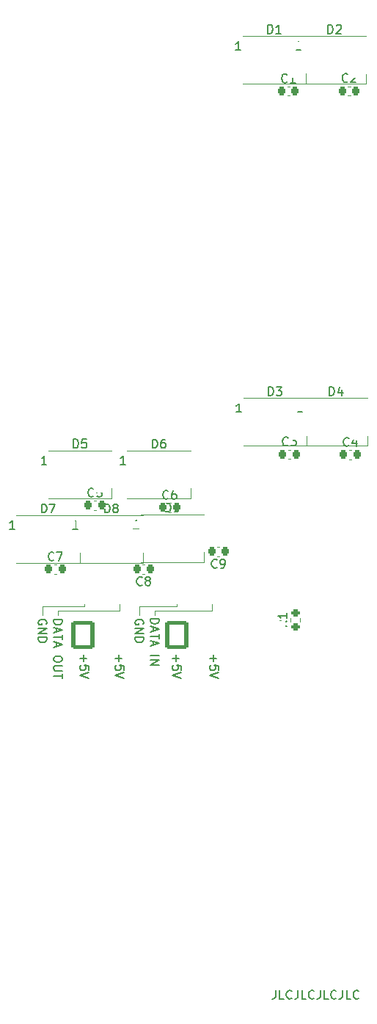
<source format=gbr>
%TF.GenerationSoftware,KiCad,Pcbnew,(6.0.9)*%
%TF.CreationDate,2023-01-06T21:04:12-09:00*%
%TF.ProjectId,GEN TIE PANEL,47454e20-5449-4452-9050-414e454c2e6b,rev?*%
%TF.SameCoordinates,Original*%
%TF.FileFunction,Legend,Top*%
%TF.FilePolarity,Positive*%
%FSLAX46Y46*%
G04 Gerber Fmt 4.6, Leading zero omitted, Abs format (unit mm)*
G04 Created by KiCad (PCBNEW (6.0.9)) date 2023-01-06 21:04:12*
%MOMM*%
%LPD*%
G01*
G04 APERTURE LIST*
G04 Aperture macros list*
%AMRoundRect*
0 Rectangle with rounded corners*
0 $1 Rounding radius*
0 $2 $3 $4 $5 $6 $7 $8 $9 X,Y pos of 4 corners*
0 Add a 4 corners polygon primitive as box body*
4,1,4,$2,$3,$4,$5,$6,$7,$8,$9,$2,$3,0*
0 Add four circle primitives for the rounded corners*
1,1,$1+$1,$2,$3*
1,1,$1+$1,$4,$5*
1,1,$1+$1,$6,$7*
1,1,$1+$1,$8,$9*
0 Add four rect primitives between the rounded corners*
20,1,$1+$1,$2,$3,$4,$5,0*
20,1,$1+$1,$4,$5,$6,$7,0*
20,1,$1+$1,$6,$7,$8,$9,0*
20,1,$1+$1,$8,$9,$2,$3,0*%
G04 Aperture macros list end*
%ADD10C,0.120000*%
%ADD11C,0.150000*%
%ADD12R,1.500000X0.900000*%
%ADD13RoundRect,0.225000X-0.225000X-0.250000X0.225000X-0.250000X0.225000X0.250000X-0.225000X0.250000X0*%
%ADD14RoundRect,0.200000X0.275000X-0.200000X0.275000X0.200000X-0.275000X0.200000X-0.275000X-0.200000X0*%
%ADD15RoundRect,0.225000X0.225000X0.250000X-0.225000X0.250000X-0.225000X-0.250000X0.225000X-0.250000X0*%
%ADD16C,4.300000*%
%ADD17RoundRect,0.250001X-1.099999X-1.399999X1.099999X-1.399999X1.099999X1.399999X-1.099999X1.399999X0*%
%ADD18O,2.700000X3.300000*%
%ADD19R,1.800000X1.800000*%
%ADD20C,1.800000*%
G04 APERTURE END LIST*
D10*
X137922000Y-114554000D02*
X144526000Y-114554000D01*
X136144000Y-114046000D02*
X140462000Y-114046000D01*
X126746000Y-114554000D02*
X133858000Y-114554000D01*
X133858000Y-114554000D02*
X133858000Y-113792000D01*
X124968000Y-115062000D02*
X124968000Y-114300000D01*
X124968000Y-114046000D02*
X129794000Y-114046000D01*
X129794000Y-114046000D02*
X129794000Y-113792000D01*
X144526000Y-114554000D02*
X144526000Y-113792000D01*
X137922000Y-115062000D02*
X137922000Y-114554000D01*
X140462000Y-114046000D02*
X140462000Y-113792000D01*
X124968000Y-114300000D02*
X124968000Y-114046000D01*
X136144000Y-115062000D02*
X136144000Y-114046000D01*
X126746000Y-115062000D02*
X126746000Y-114554000D01*
D11*
X144708571Y-119618285D02*
X144708571Y-120380190D01*
X144327619Y-119999238D02*
X145089523Y-119999238D01*
X145327619Y-121332571D02*
X145327619Y-120856380D01*
X144851428Y-120808761D01*
X144899047Y-120856380D01*
X144946666Y-120951619D01*
X144946666Y-121189714D01*
X144899047Y-121284952D01*
X144851428Y-121332571D01*
X144756190Y-121380190D01*
X144518095Y-121380190D01*
X144422857Y-121332571D01*
X144375238Y-121284952D01*
X144327619Y-121189714D01*
X144327619Y-120951619D01*
X144375238Y-120856380D01*
X144422857Y-120808761D01*
X145327619Y-121665904D02*
X144327619Y-121999238D01*
X145327619Y-122332571D01*
X136644000Y-116078095D02*
X136691619Y-115982857D01*
X136691619Y-115840000D01*
X136644000Y-115697142D01*
X136548761Y-115601904D01*
X136453523Y-115554285D01*
X136263047Y-115506666D01*
X136120190Y-115506666D01*
X135929714Y-115554285D01*
X135834476Y-115601904D01*
X135739238Y-115697142D01*
X135691619Y-115840000D01*
X135691619Y-115935238D01*
X135739238Y-116078095D01*
X135786857Y-116125714D01*
X136120190Y-116125714D01*
X136120190Y-115935238D01*
X135691619Y-116554285D02*
X136691619Y-116554285D01*
X135691619Y-117125714D01*
X136691619Y-117125714D01*
X135691619Y-117601904D02*
X136691619Y-117601904D01*
X136691619Y-117840000D01*
X136644000Y-117982857D01*
X136548761Y-118078095D01*
X136453523Y-118125714D01*
X136263047Y-118173333D01*
X136120190Y-118173333D01*
X135929714Y-118125714D01*
X135834476Y-118078095D01*
X135739238Y-117982857D01*
X135691619Y-117840000D01*
X135691619Y-117601904D01*
X137469619Y-115467142D02*
X138469619Y-115467142D01*
X138469619Y-115705238D01*
X138422000Y-115848095D01*
X138326761Y-115943333D01*
X138231523Y-115990952D01*
X138041047Y-116038571D01*
X137898190Y-116038571D01*
X137707714Y-115990952D01*
X137612476Y-115943333D01*
X137517238Y-115848095D01*
X137469619Y-115705238D01*
X137469619Y-115467142D01*
X137755333Y-116419523D02*
X137755333Y-116895714D01*
X137469619Y-116324285D02*
X138469619Y-116657619D01*
X137469619Y-116990952D01*
X138469619Y-117181428D02*
X138469619Y-117752857D01*
X137469619Y-117467142D02*
X138469619Y-117467142D01*
X137755333Y-118038571D02*
X137755333Y-118514761D01*
X137469619Y-117943333D02*
X138469619Y-118276666D01*
X137469619Y-118610000D01*
X137469619Y-119705238D02*
X138469619Y-119705238D01*
X137469619Y-120181428D02*
X138469619Y-120181428D01*
X137469619Y-120752857D01*
X138469619Y-120752857D01*
X129722571Y-119618285D02*
X129722571Y-120380190D01*
X129341619Y-119999238D02*
X130103523Y-119999238D01*
X130341619Y-121332571D02*
X130341619Y-120856380D01*
X129865428Y-120808761D01*
X129913047Y-120856380D01*
X129960666Y-120951619D01*
X129960666Y-121189714D01*
X129913047Y-121284952D01*
X129865428Y-121332571D01*
X129770190Y-121380190D01*
X129532095Y-121380190D01*
X129436857Y-121332571D01*
X129389238Y-121284952D01*
X129341619Y-121189714D01*
X129341619Y-120951619D01*
X129389238Y-120856380D01*
X129436857Y-120808761D01*
X130341619Y-121665904D02*
X129341619Y-121999238D01*
X130341619Y-122332571D01*
X140390571Y-119618285D02*
X140390571Y-120380190D01*
X140009619Y-119999238D02*
X140771523Y-119999238D01*
X141009619Y-121332571D02*
X141009619Y-120856380D01*
X140533428Y-120808761D01*
X140581047Y-120856380D01*
X140628666Y-120951619D01*
X140628666Y-121189714D01*
X140581047Y-121284952D01*
X140533428Y-121332571D01*
X140438190Y-121380190D01*
X140200095Y-121380190D01*
X140104857Y-121332571D01*
X140057238Y-121284952D01*
X140009619Y-121189714D01*
X140009619Y-120951619D01*
X140057238Y-120856380D01*
X140104857Y-120808761D01*
X141009619Y-121665904D02*
X140009619Y-121999238D01*
X141009619Y-122332571D01*
X126293619Y-115562476D02*
X127293619Y-115562476D01*
X127293619Y-115800571D01*
X127246000Y-115943428D01*
X127150761Y-116038666D01*
X127055523Y-116086285D01*
X126865047Y-116133904D01*
X126722190Y-116133904D01*
X126531714Y-116086285D01*
X126436476Y-116038666D01*
X126341238Y-115943428D01*
X126293619Y-115800571D01*
X126293619Y-115562476D01*
X126579333Y-116514857D02*
X126579333Y-116991047D01*
X126293619Y-116419619D02*
X127293619Y-116752952D01*
X126293619Y-117086285D01*
X127293619Y-117276761D02*
X127293619Y-117848190D01*
X126293619Y-117562476D02*
X127293619Y-117562476D01*
X126579333Y-118133904D02*
X126579333Y-118610095D01*
X126293619Y-118038666D02*
X127293619Y-118372000D01*
X126293619Y-118705333D01*
X127293619Y-119991047D02*
X127293619Y-120181523D01*
X127246000Y-120276761D01*
X127150761Y-120372000D01*
X126960285Y-120419619D01*
X126626952Y-120419619D01*
X126436476Y-120372000D01*
X126341238Y-120276761D01*
X126293619Y-120181523D01*
X126293619Y-119991047D01*
X126341238Y-119895809D01*
X126436476Y-119800571D01*
X126626952Y-119752952D01*
X126960285Y-119752952D01*
X127150761Y-119800571D01*
X127246000Y-119895809D01*
X127293619Y-119991047D01*
X127293619Y-120848190D02*
X126484095Y-120848190D01*
X126388857Y-120895809D01*
X126341238Y-120943428D01*
X126293619Y-121038666D01*
X126293619Y-121229142D01*
X126341238Y-121324380D01*
X126388857Y-121372000D01*
X126484095Y-121419619D01*
X127293619Y-121419619D01*
X127293619Y-121752952D02*
X127293619Y-122324380D01*
X126293619Y-122038666D02*
X127293619Y-122038666D01*
X151910952Y-158292380D02*
X151910952Y-159006666D01*
X151863333Y-159149523D01*
X151768095Y-159244761D01*
X151625238Y-159292380D01*
X151530000Y-159292380D01*
X152863333Y-159292380D02*
X152387142Y-159292380D01*
X152387142Y-158292380D01*
X153768095Y-159197142D02*
X153720476Y-159244761D01*
X153577619Y-159292380D01*
X153482380Y-159292380D01*
X153339523Y-159244761D01*
X153244285Y-159149523D01*
X153196666Y-159054285D01*
X153149047Y-158863809D01*
X153149047Y-158720952D01*
X153196666Y-158530476D01*
X153244285Y-158435238D01*
X153339523Y-158340000D01*
X153482380Y-158292380D01*
X153577619Y-158292380D01*
X153720476Y-158340000D01*
X153768095Y-158387619D01*
X154482380Y-158292380D02*
X154482380Y-159006666D01*
X154434761Y-159149523D01*
X154339523Y-159244761D01*
X154196666Y-159292380D01*
X154101428Y-159292380D01*
X155434761Y-159292380D02*
X154958571Y-159292380D01*
X154958571Y-158292380D01*
X156339523Y-159197142D02*
X156291904Y-159244761D01*
X156149047Y-159292380D01*
X156053809Y-159292380D01*
X155910952Y-159244761D01*
X155815714Y-159149523D01*
X155768095Y-159054285D01*
X155720476Y-158863809D01*
X155720476Y-158720952D01*
X155768095Y-158530476D01*
X155815714Y-158435238D01*
X155910952Y-158340000D01*
X156053809Y-158292380D01*
X156149047Y-158292380D01*
X156291904Y-158340000D01*
X156339523Y-158387619D01*
X157053809Y-158292380D02*
X157053809Y-159006666D01*
X157006190Y-159149523D01*
X156910952Y-159244761D01*
X156768095Y-159292380D01*
X156672857Y-159292380D01*
X158006190Y-159292380D02*
X157530000Y-159292380D01*
X157530000Y-158292380D01*
X158910952Y-159197142D02*
X158863333Y-159244761D01*
X158720476Y-159292380D01*
X158625238Y-159292380D01*
X158482380Y-159244761D01*
X158387142Y-159149523D01*
X158339523Y-159054285D01*
X158291904Y-158863809D01*
X158291904Y-158720952D01*
X158339523Y-158530476D01*
X158387142Y-158435238D01*
X158482380Y-158340000D01*
X158625238Y-158292380D01*
X158720476Y-158292380D01*
X158863333Y-158340000D01*
X158910952Y-158387619D01*
X159625238Y-158292380D02*
X159625238Y-159006666D01*
X159577619Y-159149523D01*
X159482380Y-159244761D01*
X159339523Y-159292380D01*
X159244285Y-159292380D01*
X160577619Y-159292380D02*
X160101428Y-159292380D01*
X160101428Y-158292380D01*
X161482380Y-159197142D02*
X161434761Y-159244761D01*
X161291904Y-159292380D01*
X161196666Y-159292380D01*
X161053809Y-159244761D01*
X160958571Y-159149523D01*
X160910952Y-159054285D01*
X160863333Y-158863809D01*
X160863333Y-158720952D01*
X160910952Y-158530476D01*
X160958571Y-158435238D01*
X161053809Y-158340000D01*
X161196666Y-158292380D01*
X161291904Y-158292380D01*
X161434761Y-158340000D01*
X161482380Y-158387619D01*
X125468000Y-116078095D02*
X125515619Y-115982857D01*
X125515619Y-115840000D01*
X125468000Y-115697142D01*
X125372761Y-115601904D01*
X125277523Y-115554285D01*
X125087047Y-115506666D01*
X124944190Y-115506666D01*
X124753714Y-115554285D01*
X124658476Y-115601904D01*
X124563238Y-115697142D01*
X124515619Y-115840000D01*
X124515619Y-115935238D01*
X124563238Y-116078095D01*
X124610857Y-116125714D01*
X124944190Y-116125714D01*
X124944190Y-115935238D01*
X124515619Y-116554285D02*
X125515619Y-116554285D01*
X124515619Y-117125714D01*
X125515619Y-117125714D01*
X124515619Y-117601904D02*
X125515619Y-117601904D01*
X125515619Y-117840000D01*
X125468000Y-117982857D01*
X125372761Y-118078095D01*
X125277523Y-118125714D01*
X125087047Y-118173333D01*
X124944190Y-118173333D01*
X124753714Y-118125714D01*
X124658476Y-118078095D01*
X124563238Y-117982857D01*
X124515619Y-117840000D01*
X124515619Y-117601904D01*
X133786571Y-119618285D02*
X133786571Y-120380190D01*
X133405619Y-119999238D02*
X134167523Y-119999238D01*
X134405619Y-121332571D02*
X134405619Y-120856380D01*
X133929428Y-120808761D01*
X133977047Y-120856380D01*
X134024666Y-120951619D01*
X134024666Y-121189714D01*
X133977047Y-121284952D01*
X133929428Y-121332571D01*
X133834190Y-121380190D01*
X133596095Y-121380190D01*
X133500857Y-121332571D01*
X133453238Y-121284952D01*
X133405619Y-121189714D01*
X133405619Y-120951619D01*
X133453238Y-120856380D01*
X133500857Y-120808761D01*
X134405619Y-121665904D02*
X133405619Y-121999238D01*
X134405619Y-122332571D01*
%TO.C,D1*%
X151003904Y-47926380D02*
X151003904Y-46926380D01*
X151242000Y-46926380D01*
X151384857Y-46974000D01*
X151480095Y-47069238D01*
X151527714Y-47164476D01*
X151575333Y-47354952D01*
X151575333Y-47497809D01*
X151527714Y-47688285D01*
X151480095Y-47783523D01*
X151384857Y-47878761D01*
X151242000Y-47926380D01*
X151003904Y-47926380D01*
X152527714Y-47926380D02*
X151956285Y-47926380D01*
X152242000Y-47926380D02*
X152242000Y-46926380D01*
X152146761Y-47069238D01*
X152051523Y-47164476D01*
X151956285Y-47212095D01*
X147877714Y-49826380D02*
X147306285Y-49826380D01*
X147592000Y-49826380D02*
X147592000Y-48826380D01*
X147496761Y-48969238D01*
X147401523Y-49064476D01*
X147306285Y-49112095D01*
%TO.C,D2*%
X157963904Y-47936380D02*
X157963904Y-46936380D01*
X158202000Y-46936380D01*
X158344857Y-46984000D01*
X158440095Y-47079238D01*
X158487714Y-47174476D01*
X158535333Y-47364952D01*
X158535333Y-47507809D01*
X158487714Y-47698285D01*
X158440095Y-47793523D01*
X158344857Y-47888761D01*
X158202000Y-47936380D01*
X157963904Y-47936380D01*
X158916285Y-47031619D02*
X158963904Y-46984000D01*
X159059142Y-46936380D01*
X159297238Y-46936380D01*
X159392476Y-46984000D01*
X159440095Y-47031619D01*
X159487714Y-47126857D01*
X159487714Y-47222095D01*
X159440095Y-47364952D01*
X158868666Y-47936380D01*
X159487714Y-47936380D01*
X154837714Y-49836380D02*
X154266285Y-49836380D01*
X154552000Y-49836380D02*
X154552000Y-48836380D01*
X154456761Y-48979238D01*
X154361523Y-49074476D01*
X154266285Y-49122095D01*
%TO.C,D3*%
X151083904Y-89696380D02*
X151083904Y-88696380D01*
X151322000Y-88696380D01*
X151464857Y-88744000D01*
X151560095Y-88839238D01*
X151607714Y-88934476D01*
X151655333Y-89124952D01*
X151655333Y-89267809D01*
X151607714Y-89458285D01*
X151560095Y-89553523D01*
X151464857Y-89648761D01*
X151322000Y-89696380D01*
X151083904Y-89696380D01*
X151988666Y-88696380D02*
X152607714Y-88696380D01*
X152274380Y-89077333D01*
X152417238Y-89077333D01*
X152512476Y-89124952D01*
X152560095Y-89172571D01*
X152607714Y-89267809D01*
X152607714Y-89505904D01*
X152560095Y-89601142D01*
X152512476Y-89648761D01*
X152417238Y-89696380D01*
X152131523Y-89696380D01*
X152036285Y-89648761D01*
X151988666Y-89601142D01*
X147957714Y-91596380D02*
X147386285Y-91596380D01*
X147672000Y-91596380D02*
X147672000Y-90596380D01*
X147576761Y-90739238D01*
X147481523Y-90834476D01*
X147386285Y-90882095D01*
%TO.C,D4*%
X158133904Y-89696380D02*
X158133904Y-88696380D01*
X158372000Y-88696380D01*
X158514857Y-88744000D01*
X158610095Y-88839238D01*
X158657714Y-88934476D01*
X158705333Y-89124952D01*
X158705333Y-89267809D01*
X158657714Y-89458285D01*
X158610095Y-89553523D01*
X158514857Y-89648761D01*
X158372000Y-89696380D01*
X158133904Y-89696380D01*
X159562476Y-89029714D02*
X159562476Y-89696380D01*
X159324380Y-88648761D02*
X159086285Y-89363047D01*
X159705333Y-89363047D01*
X155007714Y-91596380D02*
X154436285Y-91596380D01*
X154722000Y-91596380D02*
X154722000Y-90596380D01*
X154626761Y-90739238D01*
X154531523Y-90834476D01*
X154436285Y-90882095D01*
%TO.C,D5*%
X128573904Y-95736380D02*
X128573904Y-94736380D01*
X128812000Y-94736380D01*
X128954857Y-94784000D01*
X129050095Y-94879238D01*
X129097714Y-94974476D01*
X129145333Y-95164952D01*
X129145333Y-95307809D01*
X129097714Y-95498285D01*
X129050095Y-95593523D01*
X128954857Y-95688761D01*
X128812000Y-95736380D01*
X128573904Y-95736380D01*
X130050095Y-94736380D02*
X129573904Y-94736380D01*
X129526285Y-95212571D01*
X129573904Y-95164952D01*
X129669142Y-95117333D01*
X129907238Y-95117333D01*
X130002476Y-95164952D01*
X130050095Y-95212571D01*
X130097714Y-95307809D01*
X130097714Y-95545904D01*
X130050095Y-95641142D01*
X130002476Y-95688761D01*
X129907238Y-95736380D01*
X129669142Y-95736380D01*
X129573904Y-95688761D01*
X129526285Y-95641142D01*
X125447714Y-97636380D02*
X124876285Y-97636380D01*
X125162000Y-97636380D02*
X125162000Y-96636380D01*
X125066761Y-96779238D01*
X124971523Y-96874476D01*
X124876285Y-96922095D01*
%TO.C,D8*%
X132193904Y-103200380D02*
X132193904Y-102200380D01*
X132432000Y-102200380D01*
X132574857Y-102248000D01*
X132670095Y-102343238D01*
X132717714Y-102438476D01*
X132765333Y-102628952D01*
X132765333Y-102771809D01*
X132717714Y-102962285D01*
X132670095Y-103057523D01*
X132574857Y-103152761D01*
X132432000Y-103200380D01*
X132193904Y-103200380D01*
X133336761Y-102628952D02*
X133241523Y-102581333D01*
X133193904Y-102533714D01*
X133146285Y-102438476D01*
X133146285Y-102390857D01*
X133193904Y-102295619D01*
X133241523Y-102248000D01*
X133336761Y-102200380D01*
X133527238Y-102200380D01*
X133622476Y-102248000D01*
X133670095Y-102295619D01*
X133717714Y-102390857D01*
X133717714Y-102438476D01*
X133670095Y-102533714D01*
X133622476Y-102581333D01*
X133527238Y-102628952D01*
X133336761Y-102628952D01*
X133241523Y-102676571D01*
X133193904Y-102724190D01*
X133146285Y-102819428D01*
X133146285Y-103009904D01*
X133193904Y-103105142D01*
X133241523Y-103152761D01*
X133336761Y-103200380D01*
X133527238Y-103200380D01*
X133622476Y-103152761D01*
X133670095Y-103105142D01*
X133717714Y-103009904D01*
X133717714Y-102819428D01*
X133670095Y-102724190D01*
X133622476Y-102676571D01*
X133527238Y-102628952D01*
X129067714Y-105100380D02*
X128496285Y-105100380D01*
X128782000Y-105100380D02*
X128782000Y-104100380D01*
X128686761Y-104243238D01*
X128591523Y-104338476D01*
X128496285Y-104386095D01*
%TO.C,D9*%
X139223904Y-103116380D02*
X139223904Y-102116380D01*
X139462000Y-102116380D01*
X139604857Y-102164000D01*
X139700095Y-102259238D01*
X139747714Y-102354476D01*
X139795333Y-102544952D01*
X139795333Y-102687809D01*
X139747714Y-102878285D01*
X139700095Y-102973523D01*
X139604857Y-103068761D01*
X139462000Y-103116380D01*
X139223904Y-103116380D01*
X140271523Y-103116380D02*
X140462000Y-103116380D01*
X140557238Y-103068761D01*
X140604857Y-103021142D01*
X140700095Y-102878285D01*
X140747714Y-102687809D01*
X140747714Y-102306857D01*
X140700095Y-102211619D01*
X140652476Y-102164000D01*
X140557238Y-102116380D01*
X140366761Y-102116380D01*
X140271523Y-102164000D01*
X140223904Y-102211619D01*
X140176285Y-102306857D01*
X140176285Y-102544952D01*
X140223904Y-102640190D01*
X140271523Y-102687809D01*
X140366761Y-102735428D01*
X140557238Y-102735428D01*
X140652476Y-102687809D01*
X140700095Y-102640190D01*
X140747714Y-102544952D01*
X136097714Y-105016380D02*
X135526285Y-105016380D01*
X135812000Y-105016380D02*
X135812000Y-104016380D01*
X135716761Y-104159238D01*
X135621523Y-104254476D01*
X135526285Y-104302095D01*
%TO.C,C1*%
X153225333Y-53501142D02*
X153177714Y-53548761D01*
X153034857Y-53596380D01*
X152939619Y-53596380D01*
X152796761Y-53548761D01*
X152701523Y-53453523D01*
X152653904Y-53358285D01*
X152606285Y-53167809D01*
X152606285Y-53024952D01*
X152653904Y-52834476D01*
X152701523Y-52739238D01*
X152796761Y-52644000D01*
X152939619Y-52596380D01*
X153034857Y-52596380D01*
X153177714Y-52644000D01*
X153225333Y-52691619D01*
X154177714Y-53596380D02*
X153606285Y-53596380D01*
X153892000Y-53596380D02*
X153892000Y-52596380D01*
X153796761Y-52739238D01*
X153701523Y-52834476D01*
X153606285Y-52882095D01*
%TO.C,R1*%
X153200380Y-115736666D02*
X152724190Y-116070000D01*
X153200380Y-116308095D02*
X152200380Y-116308095D01*
X152200380Y-115927142D01*
X152248000Y-115831904D01*
X152295619Y-115784285D01*
X152390857Y-115736666D01*
X152533714Y-115736666D01*
X152628952Y-115784285D01*
X152676571Y-115831904D01*
X152724190Y-115927142D01*
X152724190Y-116308095D01*
X153200380Y-114784285D02*
X153200380Y-115355714D01*
X153200380Y-115070000D02*
X152200380Y-115070000D01*
X152343238Y-115165238D01*
X152438476Y-115260476D01*
X152486095Y-115355714D01*
%TO.C,C2*%
X160220333Y-53471142D02*
X160172714Y-53518761D01*
X160029857Y-53566380D01*
X159934619Y-53566380D01*
X159791761Y-53518761D01*
X159696523Y-53423523D01*
X159648904Y-53328285D01*
X159601285Y-53137809D01*
X159601285Y-52994952D01*
X159648904Y-52804476D01*
X159696523Y-52709238D01*
X159791761Y-52614000D01*
X159934619Y-52566380D01*
X160029857Y-52566380D01*
X160172714Y-52614000D01*
X160220333Y-52661619D01*
X160601285Y-52661619D02*
X160648904Y-52614000D01*
X160744142Y-52566380D01*
X160982238Y-52566380D01*
X161077476Y-52614000D01*
X161125095Y-52661619D01*
X161172714Y-52756857D01*
X161172714Y-52852095D01*
X161125095Y-52994952D01*
X160553666Y-53566380D01*
X161172714Y-53566380D01*
%TO.C,C3*%
X153335333Y-95391142D02*
X153287714Y-95438761D01*
X153144857Y-95486380D01*
X153049619Y-95486380D01*
X152906761Y-95438761D01*
X152811523Y-95343523D01*
X152763904Y-95248285D01*
X152716285Y-95057809D01*
X152716285Y-94914952D01*
X152763904Y-94724476D01*
X152811523Y-94629238D01*
X152906761Y-94534000D01*
X153049619Y-94486380D01*
X153144857Y-94486380D01*
X153287714Y-94534000D01*
X153335333Y-94581619D01*
X153668666Y-94486380D02*
X154287714Y-94486380D01*
X153954380Y-94867333D01*
X154097238Y-94867333D01*
X154192476Y-94914952D01*
X154240095Y-94962571D01*
X154287714Y-95057809D01*
X154287714Y-95295904D01*
X154240095Y-95391142D01*
X154192476Y-95438761D01*
X154097238Y-95486380D01*
X153811523Y-95486380D01*
X153716285Y-95438761D01*
X153668666Y-95391142D01*
%TO.C,C4*%
X160361333Y-95447142D02*
X160313714Y-95494761D01*
X160170857Y-95542380D01*
X160075619Y-95542380D01*
X159932761Y-95494761D01*
X159837523Y-95399523D01*
X159789904Y-95304285D01*
X159742285Y-95113809D01*
X159742285Y-94970952D01*
X159789904Y-94780476D01*
X159837523Y-94685238D01*
X159932761Y-94590000D01*
X160075619Y-94542380D01*
X160170857Y-94542380D01*
X160313714Y-94590000D01*
X160361333Y-94637619D01*
X161218476Y-94875714D02*
X161218476Y-95542380D01*
X160980380Y-94494761D02*
X160742285Y-95209047D01*
X161361333Y-95209047D01*
%TO.C,C5*%
X130884333Y-101289142D02*
X130836714Y-101336761D01*
X130693857Y-101384380D01*
X130598619Y-101384380D01*
X130455761Y-101336761D01*
X130360523Y-101241523D01*
X130312904Y-101146285D01*
X130265285Y-100955809D01*
X130265285Y-100812952D01*
X130312904Y-100622476D01*
X130360523Y-100527238D01*
X130455761Y-100432000D01*
X130598619Y-100384380D01*
X130693857Y-100384380D01*
X130836714Y-100432000D01*
X130884333Y-100479619D01*
X131789095Y-100384380D02*
X131312904Y-100384380D01*
X131265285Y-100860571D01*
X131312904Y-100812952D01*
X131408142Y-100765333D01*
X131646238Y-100765333D01*
X131741476Y-100812952D01*
X131789095Y-100860571D01*
X131836714Y-100955809D01*
X131836714Y-101193904D01*
X131789095Y-101289142D01*
X131741476Y-101336761D01*
X131646238Y-101384380D01*
X131408142Y-101384380D01*
X131312904Y-101336761D01*
X131265285Y-101289142D01*
%TO.C,C6*%
X139520333Y-101543142D02*
X139472714Y-101590761D01*
X139329857Y-101638380D01*
X139234619Y-101638380D01*
X139091761Y-101590761D01*
X138996523Y-101495523D01*
X138948904Y-101400285D01*
X138901285Y-101209809D01*
X138901285Y-101066952D01*
X138948904Y-100876476D01*
X138996523Y-100781238D01*
X139091761Y-100686000D01*
X139234619Y-100638380D01*
X139329857Y-100638380D01*
X139472714Y-100686000D01*
X139520333Y-100733619D01*
X140377476Y-100638380D02*
X140187000Y-100638380D01*
X140091761Y-100686000D01*
X140044142Y-100733619D01*
X139948904Y-100876476D01*
X139901285Y-101066952D01*
X139901285Y-101447904D01*
X139948904Y-101543142D01*
X139996523Y-101590761D01*
X140091761Y-101638380D01*
X140282238Y-101638380D01*
X140377476Y-101590761D01*
X140425095Y-101543142D01*
X140472714Y-101447904D01*
X140472714Y-101209809D01*
X140425095Y-101114571D01*
X140377476Y-101066952D01*
X140282238Y-101019333D01*
X140091761Y-101019333D01*
X139996523Y-101066952D01*
X139948904Y-101114571D01*
X139901285Y-101209809D01*
%TO.C,C7*%
X126312333Y-108655142D02*
X126264714Y-108702761D01*
X126121857Y-108750380D01*
X126026619Y-108750380D01*
X125883761Y-108702761D01*
X125788523Y-108607523D01*
X125740904Y-108512285D01*
X125693285Y-108321809D01*
X125693285Y-108178952D01*
X125740904Y-107988476D01*
X125788523Y-107893238D01*
X125883761Y-107798000D01*
X126026619Y-107750380D01*
X126121857Y-107750380D01*
X126264714Y-107798000D01*
X126312333Y-107845619D01*
X126645666Y-107750380D02*
X127312333Y-107750380D01*
X126883761Y-108750380D01*
%TO.C,C9*%
X145134333Y-109483142D02*
X145086714Y-109530761D01*
X144943857Y-109578380D01*
X144848619Y-109578380D01*
X144705761Y-109530761D01*
X144610523Y-109435523D01*
X144562904Y-109340285D01*
X144515285Y-109149809D01*
X144515285Y-109006952D01*
X144562904Y-108816476D01*
X144610523Y-108721238D01*
X144705761Y-108626000D01*
X144848619Y-108578380D01*
X144943857Y-108578380D01*
X145086714Y-108626000D01*
X145134333Y-108673619D01*
X145610523Y-109578380D02*
X145801000Y-109578380D01*
X145896238Y-109530761D01*
X145943857Y-109483142D01*
X146039095Y-109340285D01*
X146086714Y-109149809D01*
X146086714Y-108768857D01*
X146039095Y-108673619D01*
X145991476Y-108626000D01*
X145896238Y-108578380D01*
X145705761Y-108578380D01*
X145610523Y-108626000D01*
X145562904Y-108673619D01*
X145515285Y-108768857D01*
X145515285Y-109006952D01*
X145562904Y-109102190D01*
X145610523Y-109149809D01*
X145705761Y-109197428D01*
X145896238Y-109197428D01*
X145991476Y-109149809D01*
X146039095Y-109102190D01*
X146086714Y-109006952D01*
%TO.C,C8*%
X136498333Y-111515142D02*
X136450714Y-111562761D01*
X136307857Y-111610380D01*
X136212619Y-111610380D01*
X136069761Y-111562761D01*
X135974523Y-111467523D01*
X135926904Y-111372285D01*
X135879285Y-111181809D01*
X135879285Y-111038952D01*
X135926904Y-110848476D01*
X135974523Y-110753238D01*
X136069761Y-110658000D01*
X136212619Y-110610380D01*
X136307857Y-110610380D01*
X136450714Y-110658000D01*
X136498333Y-110705619D01*
X137069761Y-111038952D02*
X136974523Y-110991333D01*
X136926904Y-110943714D01*
X136879285Y-110848476D01*
X136879285Y-110800857D01*
X136926904Y-110705619D01*
X136974523Y-110658000D01*
X137069761Y-110610380D01*
X137260238Y-110610380D01*
X137355476Y-110658000D01*
X137403095Y-110705619D01*
X137450714Y-110800857D01*
X137450714Y-110848476D01*
X137403095Y-110943714D01*
X137355476Y-110991333D01*
X137260238Y-111038952D01*
X137069761Y-111038952D01*
X136974523Y-111086571D01*
X136926904Y-111134190D01*
X136879285Y-111229428D01*
X136879285Y-111419904D01*
X136926904Y-111515142D01*
X136974523Y-111562761D01*
X137069761Y-111610380D01*
X137260238Y-111610380D01*
X137355476Y-111562761D01*
X137403095Y-111515142D01*
X137450714Y-111419904D01*
X137450714Y-111229428D01*
X137403095Y-111134190D01*
X137355476Y-111086571D01*
X137260238Y-111038952D01*
%TO.C,D6*%
X137691904Y-95758380D02*
X137691904Y-94758380D01*
X137930000Y-94758380D01*
X138072857Y-94806000D01*
X138168095Y-94901238D01*
X138215714Y-94996476D01*
X138263333Y-95186952D01*
X138263333Y-95329809D01*
X138215714Y-95520285D01*
X138168095Y-95615523D01*
X138072857Y-95710761D01*
X137930000Y-95758380D01*
X137691904Y-95758380D01*
X139120476Y-94758380D02*
X138930000Y-94758380D01*
X138834761Y-94806000D01*
X138787142Y-94853619D01*
X138691904Y-94996476D01*
X138644285Y-95186952D01*
X138644285Y-95567904D01*
X138691904Y-95663142D01*
X138739523Y-95710761D01*
X138834761Y-95758380D01*
X139025238Y-95758380D01*
X139120476Y-95710761D01*
X139168095Y-95663142D01*
X139215714Y-95567904D01*
X139215714Y-95329809D01*
X139168095Y-95234571D01*
X139120476Y-95186952D01*
X139025238Y-95139333D01*
X138834761Y-95139333D01*
X138739523Y-95186952D01*
X138691904Y-95234571D01*
X138644285Y-95329809D01*
X134565714Y-97658380D02*
X133994285Y-97658380D01*
X134280000Y-97658380D02*
X134280000Y-96658380D01*
X134184761Y-96801238D01*
X134089523Y-96896476D01*
X133994285Y-96944095D01*
%TO.C,D7*%
X124901904Y-103200380D02*
X124901904Y-102200380D01*
X125140000Y-102200380D01*
X125282857Y-102248000D01*
X125378095Y-102343238D01*
X125425714Y-102438476D01*
X125473333Y-102628952D01*
X125473333Y-102771809D01*
X125425714Y-102962285D01*
X125378095Y-103057523D01*
X125282857Y-103152761D01*
X125140000Y-103200380D01*
X124901904Y-103200380D01*
X125806666Y-102200380D02*
X126473333Y-102200380D01*
X126044761Y-103200380D01*
X121775714Y-105100380D02*
X121204285Y-105100380D01*
X121490000Y-105100380D02*
X121490000Y-104100380D01*
X121394761Y-104243238D01*
X121299523Y-104338476D01*
X121204285Y-104386095D01*
D10*
%TO.C,D1*%
X148092000Y-53724000D02*
X155392000Y-53724000D01*
X148092000Y-48224000D02*
X155392000Y-48224000D01*
X155392000Y-53724000D02*
X155392000Y-52574000D01*
%TO.C,D2*%
X155052000Y-48234000D02*
X162352000Y-48234000D01*
X155052000Y-53734000D02*
X162352000Y-53734000D01*
X162352000Y-53734000D02*
X162352000Y-52584000D01*
%TO.C,D3*%
X148172000Y-95494000D02*
X155472000Y-95494000D01*
X148172000Y-89994000D02*
X155472000Y-89994000D01*
X155472000Y-95494000D02*
X155472000Y-94344000D01*
%TO.C,D4*%
X155222000Y-95494000D02*
X162522000Y-95494000D01*
X155222000Y-89994000D02*
X162522000Y-89994000D01*
X162522000Y-95494000D02*
X162522000Y-94344000D01*
%TO.C,D5*%
X125662000Y-101534000D02*
X132962000Y-101534000D01*
X125662000Y-96034000D02*
X132962000Y-96034000D01*
X132962000Y-101534000D02*
X132962000Y-100384000D01*
%TO.C,D8*%
X129282000Y-108998000D02*
X136582000Y-108998000D01*
X129282000Y-103498000D02*
X136582000Y-103498000D01*
X136582000Y-108998000D02*
X136582000Y-107848000D01*
%TO.C,D9*%
X136312000Y-103414000D02*
X143612000Y-103414000D01*
X143612000Y-108914000D02*
X143612000Y-107764000D01*
X136312000Y-108914000D02*
X143612000Y-108914000D01*
%TO.C,C1*%
X153251420Y-55084000D02*
X153532580Y-55084000D01*
X153251420Y-54064000D02*
X153532580Y-54064000D01*
%TO.C,R1*%
X153655500Y-115807258D02*
X153655500Y-115332742D01*
X154700500Y-115807258D02*
X154700500Y-115332742D01*
%TO.C,C2*%
X160246420Y-55054000D02*
X160527580Y-55054000D01*
X160246420Y-54034000D02*
X160527580Y-54034000D01*
%TO.C,C3*%
X153361420Y-95954000D02*
X153642580Y-95954000D01*
X153361420Y-96974000D02*
X153642580Y-96974000D01*
%TO.C,C4*%
X160387420Y-97030000D02*
X160668580Y-97030000D01*
X160387420Y-96010000D02*
X160668580Y-96010000D01*
%TO.C,C5*%
X130910420Y-102872000D02*
X131191580Y-102872000D01*
X130910420Y-101852000D02*
X131191580Y-101852000D01*
%TO.C,C6*%
X139546420Y-103126000D02*
X139827580Y-103126000D01*
X139546420Y-102106000D02*
X139827580Y-102106000D01*
%TO.C,C7*%
X126338420Y-110238000D02*
X126619580Y-110238000D01*
X126338420Y-109218000D02*
X126619580Y-109218000D01*
%TO.C,C9*%
X145441580Y-107186000D02*
X145160420Y-107186000D01*
X145441580Y-108206000D02*
X145160420Y-108206000D01*
%TO.C,C8*%
X136805580Y-110238000D02*
X136524420Y-110238000D01*
X136805580Y-109218000D02*
X136524420Y-109218000D01*
%TO.C,D6*%
X134780000Y-96056000D02*
X142080000Y-96056000D01*
X142080000Y-101556000D02*
X142080000Y-100406000D01*
X134780000Y-101556000D02*
X142080000Y-101556000D01*
%TO.C,D7*%
X129290000Y-108998000D02*
X129290000Y-107848000D01*
X121990000Y-108998000D02*
X129290000Y-108998000D01*
X121990000Y-103498000D02*
X129290000Y-103498000D01*
%TD*%
%LPC*%
D12*
%TO.C,D1*%
X149292000Y-49324000D03*
X149292000Y-52624000D03*
X154192000Y-52624000D03*
X154192000Y-49324000D03*
%TD*%
%TO.C,D2*%
X156252000Y-49334000D03*
X156252000Y-52634000D03*
X161152000Y-52634000D03*
X161152000Y-49334000D03*
%TD*%
%TO.C,D3*%
X149372000Y-91094000D03*
X149372000Y-94394000D03*
X154272000Y-94394000D03*
X154272000Y-91094000D03*
%TD*%
%TO.C,D4*%
X156422000Y-91094000D03*
X156422000Y-94394000D03*
X161322000Y-94394000D03*
X161322000Y-91094000D03*
%TD*%
%TO.C,D5*%
X126862000Y-97134000D03*
X126862000Y-100434000D03*
X131762000Y-100434000D03*
X131762000Y-97134000D03*
%TD*%
%TO.C,D8*%
X130482000Y-104598000D03*
X130482000Y-107898000D03*
X135382000Y-107898000D03*
X135382000Y-104598000D03*
%TD*%
%TO.C,D9*%
X137512000Y-104514000D03*
X137512000Y-107814000D03*
X142412000Y-107814000D03*
X142412000Y-104514000D03*
%TD*%
D13*
%TO.C,C1*%
X152617000Y-54574000D03*
X154167000Y-54574000D03*
%TD*%
D14*
%TO.C,R1*%
X154178000Y-116395000D03*
X154178000Y-114745000D03*
%TD*%
D13*
%TO.C,C2*%
X159612000Y-54544000D03*
X161162000Y-54544000D03*
%TD*%
%TO.C,C3*%
X152727000Y-96464000D03*
X154277000Y-96464000D03*
%TD*%
%TO.C,C4*%
X159753000Y-96520000D03*
X161303000Y-96520000D03*
%TD*%
%TO.C,C5*%
X130276000Y-102362000D03*
X131826000Y-102362000D03*
%TD*%
%TO.C,C6*%
X138912000Y-102616000D03*
X140462000Y-102616000D03*
%TD*%
%TO.C,C7*%
X125704000Y-109728000D03*
X127254000Y-109728000D03*
%TD*%
D15*
%TO.C,C9*%
X146076000Y-107696000D03*
X144526000Y-107696000D03*
%TD*%
%TO.C,C8*%
X137440000Y-109728000D03*
X135890000Y-109728000D03*
%TD*%
D12*
%TO.C,D6*%
X135980000Y-97156000D03*
X135980000Y-100456000D03*
X140880000Y-100456000D03*
X140880000Y-97156000D03*
%TD*%
%TO.C,D7*%
X123190000Y-104598000D03*
X123190000Y-107898000D03*
X128090000Y-107898000D03*
X128090000Y-104598000D03*
%TD*%
D16*
%TO.C,REF\u002A\u002A*%
X125992000Y-127164000D03*
%TD*%
%TO.C,REF\u002A\u002A*%
X157112000Y-125574000D03*
%TD*%
%TO.C,REF\u002A\u002A*%
X157102000Y-39344000D03*
%TD*%
D17*
%TO.C,J1*%
X140462000Y-117348000D03*
D18*
X144662000Y-117348000D03*
X140462000Y-111848000D03*
X144662000Y-111848000D03*
%TD*%
D19*
%TO.C,D10*%
X152146000Y-116586000D03*
D20*
X149606000Y-116586000D03*
%TD*%
D17*
%TO.C,J2*%
X129658000Y-117348000D03*
D18*
X133858000Y-117348000D03*
X129658000Y-111848000D03*
X133858000Y-111848000D03*
%TD*%
M02*

</source>
